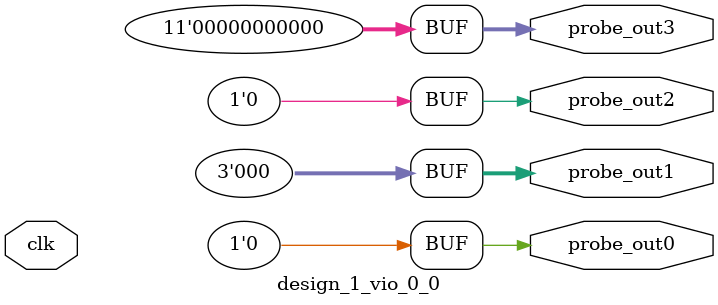
<source format=v>
`timescale 1ns / 1ps
module design_1_vio_0_0 (
clk,

probe_out0,
probe_out1,
probe_out2,
probe_out3
);

input clk;

output reg [0 : 0] probe_out0 = 'h0 ;
output reg [2 : 0] probe_out1 = 'h0 ;
output reg [0 : 0] probe_out2 = 'h0 ;
output reg [10 : 0] probe_out3 = 'h000 ;


endmodule

</source>
